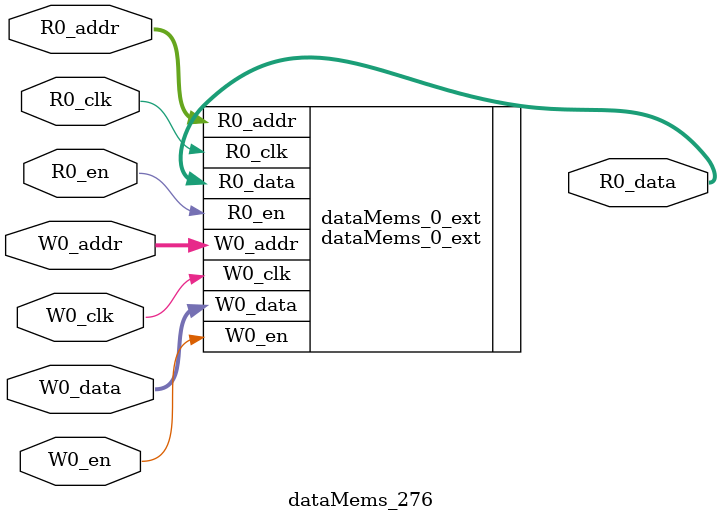
<source format=sv>
`ifndef RANDOMIZE
  `ifdef RANDOMIZE_REG_INIT
    `define RANDOMIZE
  `endif // RANDOMIZE_REG_INIT
`endif // not def RANDOMIZE
`ifndef RANDOMIZE
  `ifdef RANDOMIZE_MEM_INIT
    `define RANDOMIZE
  `endif // RANDOMIZE_MEM_INIT
`endif // not def RANDOMIZE

`ifndef RANDOM
  `define RANDOM $random
`endif // not def RANDOM

// Users can define 'PRINTF_COND' to add an extra gate to prints.
`ifndef PRINTF_COND_
  `ifdef PRINTF_COND
    `define PRINTF_COND_ (`PRINTF_COND)
  `else  // PRINTF_COND
    `define PRINTF_COND_ 1
  `endif // PRINTF_COND
`endif // not def PRINTF_COND_

// Users can define 'ASSERT_VERBOSE_COND' to add an extra gate to assert error printing.
`ifndef ASSERT_VERBOSE_COND_
  `ifdef ASSERT_VERBOSE_COND
    `define ASSERT_VERBOSE_COND_ (`ASSERT_VERBOSE_COND)
  `else  // ASSERT_VERBOSE_COND
    `define ASSERT_VERBOSE_COND_ 1
  `endif // ASSERT_VERBOSE_COND
`endif // not def ASSERT_VERBOSE_COND_

// Users can define 'STOP_COND' to add an extra gate to stop conditions.
`ifndef STOP_COND_
  `ifdef STOP_COND
    `define STOP_COND_ (`STOP_COND)
  `else  // STOP_COND
    `define STOP_COND_ 1
  `endif // STOP_COND
`endif // not def STOP_COND_

// Users can define INIT_RANDOM as general code that gets injected into the
// initializer block for modules with registers.
`ifndef INIT_RANDOM
  `define INIT_RANDOM
`endif // not def INIT_RANDOM

// If using random initialization, you can also define RANDOMIZE_DELAY to
// customize the delay used, otherwise 0.002 is used.
`ifndef RANDOMIZE_DELAY
  `define RANDOMIZE_DELAY 0.002
`endif // not def RANDOMIZE_DELAY

// Define INIT_RANDOM_PROLOG_ for use in our modules below.
`ifndef INIT_RANDOM_PROLOG_
  `ifdef RANDOMIZE
    `ifdef VERILATOR
      `define INIT_RANDOM_PROLOG_ `INIT_RANDOM
    `else  // VERILATOR
      `define INIT_RANDOM_PROLOG_ `INIT_RANDOM #`RANDOMIZE_DELAY begin end
    `endif // VERILATOR
  `else  // RANDOMIZE
    `define INIT_RANDOM_PROLOG_
  `endif // RANDOMIZE
`endif // not def INIT_RANDOM_PROLOG_

// Include register initializers in init blocks unless synthesis is set
`ifndef SYNTHESIS
  `ifndef ENABLE_INITIAL_REG_
    `define ENABLE_INITIAL_REG_
  `endif // not def ENABLE_INITIAL_REG_
`endif // not def SYNTHESIS

// Include rmemory initializers in init blocks unless synthesis is set
`ifndef SYNTHESIS
  `ifndef ENABLE_INITIAL_MEM_
    `define ENABLE_INITIAL_MEM_
  `endif // not def ENABLE_INITIAL_MEM_
`endif // not def SYNTHESIS

module dataMems_276(	// @[generators/ara/src/main/scala/UnsafeAXI4ToTL.scala:365:62]
  input  [4:0]  R0_addr,
  input         R0_en,
  input         R0_clk,
  output [66:0] R0_data,
  input  [4:0]  W0_addr,
  input         W0_en,
  input         W0_clk,
  input  [66:0] W0_data
);

  dataMems_0_ext dataMems_0_ext (	// @[generators/ara/src/main/scala/UnsafeAXI4ToTL.scala:365:62]
    .R0_addr (R0_addr),
    .R0_en   (R0_en),
    .R0_clk  (R0_clk),
    .R0_data (R0_data),
    .W0_addr (W0_addr),
    .W0_en   (W0_en),
    .W0_clk  (W0_clk),
    .W0_data (W0_data)
  );
endmodule


</source>
